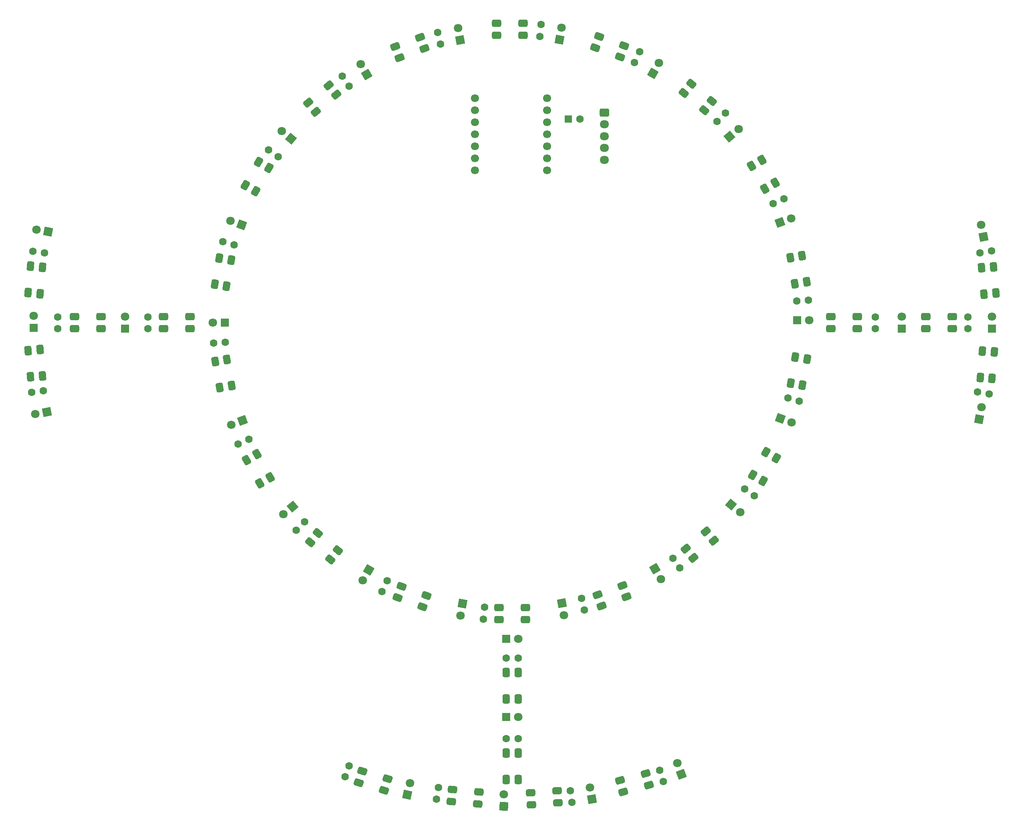
<source format=gbr>
%TF.GenerationSoftware,KiCad,Pcbnew,(6.0.11)*%
%TF.CreationDate,2024-01-27T16:05:06+09:00*%
%TF.ProjectId,engel_line_board_v2,656e6765-6c5f-46c6-996e-655f626f6172,rev?*%
%TF.SameCoordinates,Original*%
%TF.FileFunction,Soldermask,Top*%
%TF.FilePolarity,Negative*%
%FSLAX46Y46*%
G04 Gerber Fmt 4.6, Leading zero omitted, Abs format (unit mm)*
G04 Created by KiCad (PCBNEW (6.0.11)) date 2024-01-27 16:05:06*
%MOMM*%
%LPD*%
G01*
G04 APERTURE LIST*
G04 Aperture macros list*
%AMRoundRect*
0 Rectangle with rounded corners*
0 $1 Rounding radius*
0 $2 $3 $4 $5 $6 $7 $8 $9 X,Y pos of 4 corners*
0 Add a 4 corners polygon primitive as box body*
4,1,4,$2,$3,$4,$5,$6,$7,$8,$9,$2,$3,0*
0 Add four circle primitives for the rounded corners*
1,1,$1+$1,$2,$3*
1,1,$1+$1,$4,$5*
1,1,$1+$1,$6,$7*
1,1,$1+$1,$8,$9*
0 Add four rect primitives between the rounded corners*
20,1,$1+$1,$2,$3,$4,$5,0*
20,1,$1+$1,$4,$5,$6,$7,0*
20,1,$1+$1,$6,$7,$8,$9,0*
20,1,$1+$1,$8,$9,$2,$3,0*%
%AMRotRect*
0 Rectangle, with rotation*
0 The origin of the aperture is its center*
0 $1 length*
0 $2 width*
0 $3 Rotation angle, in degrees counterclockwise*
0 Add horizontal line*
21,1,$1,$2,0,0,$3*%
G04 Aperture macros list end*
%ADD10R,1.800000X1.800000*%
%ADD11C,1.800000*%
%ADD12RoundRect,0.381000X-0.719084X0.106023X0.229279X-0.689748X0.719084X-0.106023X-0.229279X0.689748X0*%
%ADD13C,1.600000*%
%ADD14RotRect,1.800000X1.800000X260.000000*%
%ADD15RoundRect,0.381000X-0.619000X-0.381000X0.619000X-0.381000X0.619000X0.381000X-0.619000X0.381000X0*%
%ADD16RoundRect,0.381000X0.325601X-0.649851X0.433500X0.583438X-0.325601X0.649851X-0.433500X-0.583438X0*%
%ADD17RotRect,1.800000X1.800000X320.000000*%
%ADD18RoundRect,0.381000X0.381000X-0.619000X0.381000X0.619000X-0.381000X0.619000X-0.381000X-0.619000X0*%
%ADD19RoundRect,0.381000X0.719084X-0.106023X-0.229279X0.689748X-0.719084X0.106023X0.229279X-0.689748X0*%
%ADD20RoundRect,0.381000X-0.451360X-0.569733X0.711979X-0.146312X0.451360X0.569733X-0.711979X0.146312X0*%
%ADD21RoundRect,0.381000X0.482700X-0.543436X0.267724X0.675756X-0.482700X0.543436X-0.267724X-0.675756X0*%
%ADD22RoundRect,0.381000X-0.639456X0.345570X-0.020456X-0.726570X0.639456X-0.345570X0.020456X0.726570X0*%
%ADD23RoundRect,0.381000X-0.229279X-0.689748X0.719084X0.106023X0.229279X0.689748X-0.719084X-0.106023X0*%
%ADD24RotRect,1.800000X1.800000X191.000000*%
%ADD25RoundRect,0.381000X-0.267724X0.675756X-0.482700X-0.543436X0.267724X-0.675756X0.482700X0.543436X0*%
%ADD26RoundRect,0.381000X-0.020456X0.726570X-0.639456X-0.345570X0.020456X-0.726570X0.639456X0.345570X0*%
%ADD27RotRect,1.800000X1.800000X77.500000*%
%ADD28RoundRect,0.381000X-0.499298X-0.528227X0.696518X-0.207809X0.499298X0.528227X-0.696518X0.207809X0*%
%ADD29RoundRect,0.381000X-0.711979X-0.146312X0.451360X-0.569733X0.711979X0.146312X-0.451360X0.569733X0*%
%ADD30RoundRect,0.381000X0.433500X-0.583438X0.325601X0.649851X-0.433500X0.583438X-0.325601X-0.649851X0*%
%ADD31RoundRect,0.381000X0.451360X0.569733X-0.711979X0.146312X-0.451360X-0.569733X0.711979X-0.146312X0*%
%ADD32RotRect,1.800000X1.800000X88.500000*%
%ADD33RoundRect,0.381000X0.619000X0.381000X-0.619000X0.381000X-0.619000X-0.381000X0.619000X-0.381000X0*%
%ADD34RoundRect,0.381000X-0.433500X0.583438X-0.325601X-0.649851X0.433500X-0.583438X0.325601X0.649851X0*%
%ADD35RoundRect,0.381000X0.020456X-0.726570X0.639456X0.345570X-0.020456X0.726570X-0.639456X-0.345570X0*%
%ADD36RotRect,1.800000X1.800000X169.000000*%
%ADD37RoundRect,0.381000X0.711979X0.146312X-0.451360X0.569733X-0.711979X-0.146312X0.451360X-0.569733X0*%
%ADD38RoundRect,0.381000X-0.325601X0.649851X-0.433500X-0.583438X0.325601X-0.649851X0.433500X0.583438X0*%
%ADD39RotRect,1.800000X1.800000X340.000000*%
%ADD40RotRect,1.800000X1.800000X40.000000*%
%ADD41RotRect,1.800000X1.800000X120.000000*%
%ADD42RoundRect,0.381000X-0.652667X-0.319917X0.579633X-0.438574X0.652667X0.319917X-0.579633X0.438574X0*%
%ADD43RotRect,1.800000X1.800000X300.000000*%
%ADD44RotRect,1.800000X1.800000X110.500000*%
%ADD45RoundRect,0.381000X-0.482700X0.543436X-0.267724X-0.675756X0.482700X-0.543436X0.267724X0.675756X0*%
%ADD46RotRect,1.800000X1.800000X100.000000*%
%ADD47RotRect,1.800000X1.800000X99.500000*%
%ADD48RotRect,1.800000X1.800000X101.000000*%
%ADD49RotRect,1.800000X1.800000X200.000000*%
%ADD50RotRect,1.800000X1.800000X80.000000*%
%ADD51RoundRect,0.381000X0.229279X0.689748X-0.719084X-0.106023X-0.229279X-0.689748X0.719084X0.106023X0*%
%ADD52RoundRect,0.381000X0.267724X-0.675756X0.482700X0.543436X-0.267724X0.675756X-0.482700X-0.543436X0*%
%ADD53RotRect,1.800000X1.800000X220.000000*%
%ADD54RotRect,1.800000X1.800000X79.500000*%
%ADD55RotRect,1.800000X1.800000X160.000000*%
%ADD56RotRect,1.800000X1.800000X280.000000*%
%ADD57RotRect,1.800000X1.800000X140.000000*%
%ADD58RotRect,1.800000X1.800000X20.000000*%
%ADD59RoundRect,0.381000X-0.703346X-0.183374X0.480559X-0.545330X0.703346X0.183374X-0.480559X0.545330X0*%
%ADD60RoundRect,0.381000X0.639456X-0.345570X0.020456X0.726570X-0.639456X0.345570X-0.020456X-0.726570X0*%
%ADD61RotRect,1.800000X1.800000X240.000000*%
%ADD62RoundRect,0.381000X-0.590915X-0.423251X0.644069X-0.336893X0.590915X0.423251X-0.644069X0.336893X0*%
%ADD63RotRect,1.800000X1.800000X60.000000*%
%ADD64R,1.600000X1.600000*%
%ADD65C,1.700000*%
%ADD66RoundRect,0.250000X-0.725000X0.600000X-0.725000X-0.600000X0.725000X-0.600000X0.725000X0.600000X0*%
%ADD67O,1.950000X1.700000*%
G04 APERTURE END LIST*
D10*
%TO.C,D28*%
X211061000Y-206986000D03*
D11*
X213601000Y-206986000D03*
%TD*%
D12*
%TO.C,U4*%
X252894835Y-78742230D03*
X254527515Y-76796477D03*
X250246859Y-73204580D03*
X248614178Y-75150333D03*
%TD*%
D13*
%TO.C,C21*%
X135382000Y-122444000D03*
X135382000Y-124944000D03*
%TD*%
%TO.C,C29*%
X244322719Y-220553934D03*
X243529457Y-218183125D03*
%TD*%
%TO.C,C8*%
X289052000Y-124924000D03*
X289052000Y-122424000D03*
%TD*%
D14*
%TO.C,D15*%
X201843282Y-182994750D03*
D11*
X201402216Y-185496162D03*
%TD*%
D15*
%TO.C,U9*%
X305308000Y-124942000D03*
X305308000Y-122402000D03*
X299720000Y-122402000D03*
X299720000Y-124942000D03*
%TD*%
D16*
%TO.C,U24*%
X113142407Y-111958535D03*
X110612072Y-111737159D03*
X110125046Y-117303895D03*
X112655380Y-117525271D03*
%TD*%
D17*
%TO.C,D12*%
X258559889Y-162081293D03*
D11*
X260505642Y-163713974D03*
%TD*%
D18*
%TO.C,U28*%
X213612000Y-214606000D03*
X211072000Y-214606000D03*
X211072000Y-220194000D03*
X213612000Y-220194000D03*
%TD*%
D13*
%TO.C,C4*%
X257439175Y-79371677D03*
X255640825Y-81108323D03*
%TD*%
D19*
%TO.C,U17*%
X171285165Y-168097770D03*
X169652485Y-170043523D03*
X173933141Y-173635420D03*
X175565822Y-171689667D03*
%TD*%
D13*
%TO.C,C15*%
X206244340Y-186258153D03*
X206505661Y-183771848D03*
%TD*%
%TO.C,C18*%
X154433069Y-149328421D03*
X156716933Y-148311579D03*
%TD*%
D20*
%TO.C,U1*%
X193800334Y-65743091D03*
X192931603Y-63356272D03*
X187680600Y-65267481D03*
X188549331Y-67654300D03*
%TD*%
D21*
%TO.C,U19*%
X152113366Y-131416315D03*
X149611954Y-131857381D03*
X150582300Y-137360487D03*
X153083712Y-136919421D03*
%TD*%
D13*
%TO.C,C3*%
X239307964Y-66416508D03*
X238212036Y-68663493D03*
%TD*%
D22*
%TO.C,U5*%
X265714699Y-95392705D03*
X267914404Y-94122705D03*
X265120404Y-89283355D03*
X262920699Y-90553355D03*
%TD*%
D13*
%TO.C,C1*%
X196608755Y-62378045D03*
X197213560Y-64803784D03*
%TD*%
D10*
%TO.C,D6*%
X272539000Y-123166000D03*
D11*
X275079000Y-123166000D03*
%TD*%
D10*
%TO.C,D22*%
X111252000Y-124716000D03*
D11*
X111252000Y-122176000D03*
%TD*%
D13*
%TO.C,C10*%
X313656270Y-108503238D03*
X311183730Y-108872762D03*
%TD*%
D10*
%TO.C,D19*%
X151641000Y-123674000D03*
D11*
X149101000Y-123674000D03*
%TD*%
D13*
%TO.C,C17*%
X166740825Y-167468323D03*
X168539175Y-165731677D03*
%TD*%
%TO.C,C6*%
X274931955Y-118887805D03*
X272438045Y-119062196D03*
%TD*%
D23*
%TO.C,U26*%
X175176671Y-75476869D03*
X173543990Y-73531116D03*
X169263334Y-77123013D03*
X170896014Y-79068766D03*
%TD*%
D24*
%TO.C,D23*%
X114106950Y-142492343D03*
D11*
X111613617Y-142976998D03*
%TD*%
D25*
%TO.C,U7*%
X271184502Y-136419139D03*
X273685914Y-136860205D03*
X274656260Y-131357099D03*
X272154848Y-130916033D03*
%TD*%
D26*
%TO.C,U12*%
X263174699Y-155846705D03*
X265374404Y-157116705D03*
X268168404Y-152277355D03*
X265968699Y-151007355D03*
%TD*%
D27*
%TO.C,D32*%
X190181706Y-223415469D03*
D11*
X190731463Y-220935677D03*
%TD*%
D28*
%TO.C,U29*%
X241215774Y-221323682D03*
X240558374Y-218870231D03*
X235160780Y-220316512D03*
X235818180Y-222769963D03*
%TD*%
D29*
%TO.C,U3*%
X235153305Y-67480553D03*
X236022036Y-65093734D03*
X230771033Y-63182525D03*
X229902302Y-65569344D03*
%TD*%
D30*
%TO.C,U23*%
X112655380Y-129314729D03*
X110125046Y-129536105D03*
X110612072Y-135102841D03*
X113142407Y-134881465D03*
%TD*%
D31*
%TO.C,U14*%
X230379666Y-181096909D03*
X231248397Y-183483728D03*
X236499400Y-181572519D03*
X235630669Y-179185700D03*
%TD*%
D32*
%TO.C,D31*%
X210545424Y-225790587D03*
D11*
X210611913Y-223251457D03*
%TD*%
D33*
%TO.C,U15*%
X209550000Y-183874000D03*
X209550000Y-186414000D03*
X215138000Y-186414000D03*
X215138000Y-183874000D03*
%TD*%
D34*
%TO.C,U10*%
X311998151Y-117617865D03*
X314528485Y-117396489D03*
X314041459Y-111829753D03*
X311511124Y-112051129D03*
%TD*%
D35*
%TO.C,U25*%
X160991229Y-90993295D03*
X158791524Y-89723295D03*
X155997524Y-94562645D03*
X158197229Y-95832645D03*
%TD*%
D15*
%TO.C,U2*%
X214630000Y-62966000D03*
X214630000Y-60426000D03*
X209042000Y-60426000D03*
X209042000Y-62966000D03*
%TD*%
D13*
%TO.C,C19*%
X149248045Y-127952196D03*
X151741955Y-127777805D03*
%TD*%
%TO.C,C11*%
X310675730Y-138322838D03*
X313148270Y-138692362D03*
%TD*%
%TO.C,C7*%
X272981577Y-140274547D03*
X270578423Y-139585454D03*
%TD*%
D36*
%TO.C,D24*%
X114352246Y-104443098D03*
D11*
X111858913Y-103958443D03*
%TD*%
D37*
%TO.C,U16*%
X189026695Y-179359447D03*
X188157964Y-181746266D03*
X193408967Y-183657475D03*
X194277698Y-181270656D03*
%TD*%
D38*
%TO.C,U11*%
X311213454Y-135202815D03*
X313743789Y-135424191D03*
X314230815Y-129857455D03*
X311700481Y-129636079D03*
%TD*%
D15*
%TO.C,U21*%
X144272000Y-124942000D03*
X144272000Y-122402000D03*
X138684000Y-122402000D03*
X138684000Y-124942000D03*
%TD*%
D10*
%TO.C,D27*%
X211068000Y-190476000D03*
D11*
X213608000Y-190476000D03*
%TD*%
D13*
%TO.C,C22*%
X116332000Y-124924000D03*
X116332000Y-122424000D03*
%TD*%
D10*
%TO.C,D21*%
X130556000Y-124880000D03*
D11*
X130556000Y-122340000D03*
%TD*%
D39*
%TO.C,D7*%
X268980352Y-143856094D03*
D11*
X271367171Y-144724825D03*
%TD*%
D40*
%TO.C,D4*%
X258233352Y-84369556D03*
D11*
X260179105Y-82736875D03*
%TD*%
D41*
%TO.C,D26*%
X181645530Y-71196630D03*
D11*
X180375530Y-68996925D03*
%TD*%
D42*
%TO.C,U31*%
X205084710Y-225323718D03*
X205328159Y-222795412D03*
X199765885Y-222259826D03*
X199522436Y-224788132D03*
%TD*%
D13*
%TO.C,C25*%
X160913729Y-87125269D03*
X162936271Y-88594732D03*
%TD*%
D43*
%TO.C,D13*%
X242534470Y-175643370D03*
D11*
X243804470Y-177843075D03*
%TD*%
D13*
%TO.C,C28*%
X211094000Y-211558000D03*
X213594000Y-211558000D03*
%TD*%
D10*
%TO.C,D9*%
X313690000Y-124920000D03*
D11*
X313690000Y-122380000D03*
%TD*%
D44*
%TO.C,D29*%
X248134167Y-219099222D03*
D11*
X247244640Y-216720075D03*
%TD*%
D45*
%TO.C,U6*%
X272066634Y-115423685D03*
X274568046Y-114982619D03*
X273597700Y-109479513D03*
X271096288Y-109920579D03*
%TD*%
D13*
%TO.C,C30*%
X224971621Y-224970947D03*
X224666948Y-222489582D03*
%TD*%
D46*
%TO.C,D1*%
X201343000Y-63933463D03*
D11*
X200901934Y-61432051D03*
%TD*%
D47*
%TO.C,D30*%
X229235945Y-224341177D03*
D11*
X228816724Y-221836012D03*
%TD*%
D13*
%TO.C,C2*%
X218428327Y-60684867D03*
X218167006Y-63171172D03*
%TD*%
D48*
%TO.C,D10*%
X311949898Y-105483693D03*
D11*
X311465243Y-102990360D03*
%TD*%
D49*
%TO.C,D18*%
X155373394Y-144333458D03*
D11*
X152986575Y-145202189D03*
%TD*%
D13*
%TO.C,C9*%
X308610000Y-124924000D03*
X308610000Y-122424000D03*
%TD*%
D50*
%TO.C,D2*%
X222336718Y-63845250D03*
D11*
X222777784Y-61343838D03*
%TD*%
D13*
%TO.C,C16*%
X184872036Y-180423493D03*
X185967964Y-178176508D03*
%TD*%
D18*
%TO.C,U27*%
X213611000Y-197588000D03*
X211071000Y-197588000D03*
X211071000Y-203176000D03*
X213611000Y-203176000D03*
%TD*%
D51*
%TO.C,U13*%
X249003329Y-171363131D03*
X250636010Y-173308884D03*
X254916666Y-169716987D03*
X253283986Y-167771234D03*
%TD*%
D15*
%TO.C,U8*%
X285242000Y-124942000D03*
X285242000Y-122402000D03*
X279654000Y-122402000D03*
X279654000Y-124942000D03*
%TD*%
%TO.C,U22*%
X125476000Y-124942000D03*
X125476000Y-122402000D03*
X119888000Y-122402000D03*
X119888000Y-124942000D03*
%TD*%
D52*
%TO.C,U20*%
X152995498Y-110420861D03*
X150494086Y-109979795D03*
X149523740Y-115482901D03*
X152025152Y-115923967D03*
%TD*%
D53*
%TO.C,D17*%
X165946648Y-162470444D03*
D11*
X164000895Y-164103125D03*
%TD*%
D54*
%TO.C,D11*%
X311018339Y-144005506D03*
D11*
X311481217Y-141508039D03*
%TD*%
D13*
%TO.C,C27*%
X211093000Y-194540000D03*
X213593000Y-194540000D03*
%TD*%
D55*
%TO.C,D20*%
X155199648Y-102983906D03*
D11*
X152812829Y-102115175D03*
%TD*%
D56*
%TO.C,D14*%
X222837000Y-182906537D03*
D11*
X223278066Y-185407949D03*
%TD*%
D57*
%TO.C,D25*%
X165620111Y-84758707D03*
D11*
X163674358Y-83126026D03*
%TD*%
D13*
%TO.C,C24*%
X111094098Y-108527450D03*
X113567279Y-108892658D03*
%TD*%
D58*
%TO.C,D5*%
X268935200Y-102465000D03*
D11*
X271322019Y-101596269D03*
%TD*%
D13*
%TO.C,C20*%
X151198423Y-106565454D03*
X153601577Y-107254547D03*
%TD*%
%TO.C,C14*%
X227632403Y-184322870D03*
X227027598Y-181897131D03*
%TD*%
%TO.C,C5*%
X269746932Y-97511579D03*
X267463068Y-98528421D03*
%TD*%
D59*
%TO.C,U32*%
X185261515Y-222438402D03*
X186004139Y-220009388D03*
X180660308Y-218375615D03*
X179917684Y-220804629D03*
%TD*%
D60*
%TO.C,U18*%
X158465301Y-151447295D03*
X156265596Y-152717295D03*
X159059596Y-157556645D03*
X161259301Y-156286645D03*
%TD*%
D13*
%TO.C,C26*%
X176466009Y-71583703D03*
X177863991Y-73656297D03*
%TD*%
%TO.C,C13*%
X247741950Y-175490000D03*
X246343968Y-173417406D03*
%TD*%
D10*
%TO.C,D8*%
X294640000Y-124944000D03*
D11*
X294640000Y-122404000D03*
%TD*%
D61*
%TO.C,D16*%
X182085470Y-175897370D03*
D11*
X180815470Y-178097075D03*
%TD*%
D62*
%TO.C,U30*%
X221999749Y-225082375D03*
X221822568Y-222548563D03*
X216248180Y-222938362D03*
X216425361Y-225472175D03*
%TD*%
D13*
%TO.C,C23*%
X110853629Y-138395450D03*
X113326810Y-138030242D03*
%TD*%
%TO.C,C31*%
X196370792Y-224290862D03*
X196761878Y-221821641D03*
%TD*%
D63*
%TO.C,D3*%
X242094530Y-70942631D03*
D11*
X243364530Y-68742926D03*
%TD*%
D13*
%TO.C,C12*%
X263525000Y-160250000D03*
X261502458Y-158780537D03*
%TD*%
%TO.C,C32*%
X177060359Y-219581672D03*
X177927698Y-217236950D03*
%TD*%
D64*
%TO.C,C33*%
X224180400Y-80646400D03*
D13*
X226680400Y-80646400D03*
%TD*%
D65*
%TO.C,U33*%
X204470000Y-91440000D03*
X204470000Y-88900000D03*
X204470000Y-86360000D03*
X204470000Y-83820000D03*
X204470000Y-81280000D03*
X204470000Y-78740000D03*
X204470000Y-76200000D03*
X219710000Y-76200000D03*
X219710000Y-78740000D03*
X219710000Y-81280000D03*
X219710000Y-83820000D03*
X219710000Y-86360000D03*
X219710000Y-88900000D03*
X219710000Y-91440000D03*
%TD*%
D66*
%TO.C,J1*%
X231804800Y-79253200D03*
D67*
X231804800Y-81753200D03*
X231804800Y-84253200D03*
X231804800Y-86753200D03*
X231804800Y-89253200D03*
%TD*%
M02*

</source>
